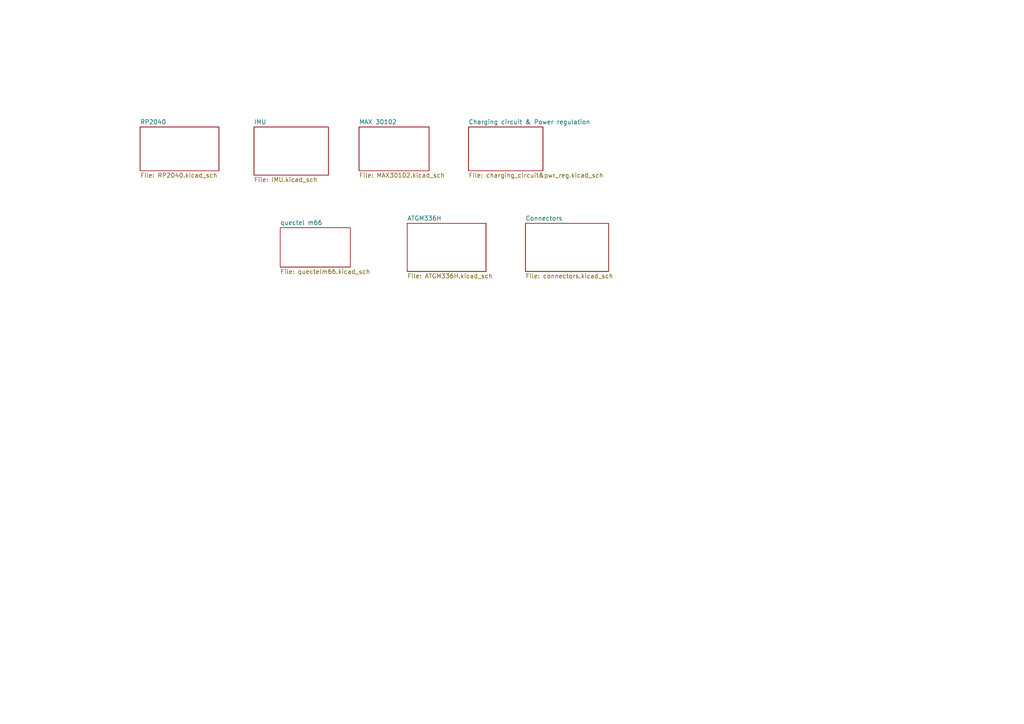
<source format=kicad_sch>
(kicad_sch (version 20230121) (generator eeschema)
  (paper "A4")
  (lib_symbols)
  (sheet (at 118.11 64.77) (size 22.86 13.97) (stroke (width 0.1524))
    (property "Sheetname" "ATGM336H" (at 118.11 64.0584 0) (effects (justify left bottom)))
    (property "Sheetfile" "ATGM336H.kicad_sch" (at 118.11 79.3246 0) (effects (justify left top)))
  )
  (sheet (at 81.28 66.04) (size 20.32 11.43) (stroke (width 0.1524))
    (property "Sheetname" "quectel m66" (at 81.28 65.3284 0) (effects (justify left bottom)))
    (property "Sheetfile" "quectelm66.kicad_sch" (at 81.28 78.0546 0) (effects (justify left top)))
  )
  (sheet (at 40.64 36.83) (size 22.86 12.7) (stroke (width 0.1524))
    (property "Sheetname" "RP2040" (at 40.64 36.1184 0) (effects (justify left bottom)))
    (property "Sheetfile" "RP2040.kicad_sch" (at 40.64 50.1146 0) (effects (justify left top)))
  )
  (sheet (at 73.66 36.83) (size 21.59 13.97) (stroke (width 0.1524))
    (property "Sheetname" "IMU" (at 73.66 36.1184 0) (effects (justify left bottom)))
    (property "Sheetfile" "IMU.kicad_sch" (at 73.66 51.3846 0) (effects (justify left top)))
  )
  (sheet (at 152.4 64.77) (size 24.13 13.97) (stroke (width 0.1524))
    (property "Sheetname" "Connectors" (at 152.4 64.0584 0) (effects (justify left bottom)))
    (property "Sheetfile" "connectors.kicad_sch" (at 152.4 79.3246 0) (effects (justify left top)))
  )
  (sheet (at 135.89 36.83) (size 21.59 12.7) (stroke (width 0.1524))
    (property "Sheetname" "Charging circuit & Power regulation" (at 135.89 36.1184 0) (effects (justify left bottom)))
    (property "Sheetfile" "charging_circuit&pwr_reg.kicad_sch" (at 135.89 50.1146 0) (effects (justify left top)))
  )
  (sheet (at 104.14 36.83) (size 20.32 12.7) (stroke (width 0.1524))
    (property "Sheetname" "MAX 30102" (at 104.14 36.1184 0) (effects (justify left bottom)))
    (property "Sheetfile" "MAX30102.kicad_sch" (at 104.14 50.1146 0) (effects (justify left top)))
  )
)
</source>
